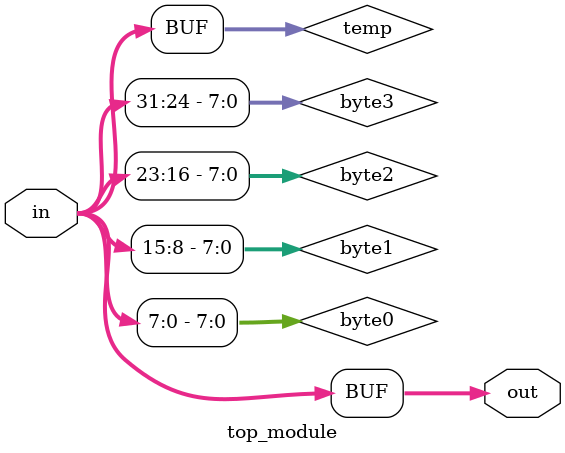
<source format=sv>
module top_module (
  input [31:0] in,
  output [31:0] out
);
  
  // This module performs byte order reversal of a 32-bit vector
  // by swapping the position of the bytes
  
  // Declare internal wire and reg for temporary storage
  wire [7:0] byte0, byte1, byte2, byte3;
  reg [31:0] temp;
  
  // Extract the individual bytes from the input vector
  assign byte0 = in[7:0];
  assign byte1 = in[15:8];
  assign byte2 = in[23:16];
  assign byte3 = in[31:24];
  
  // Reverse the byte order
  always @* begin
    temp = {byte3, byte2, byte1, byte0};
  end
  
  // Assign the reversed vector to the output
  assign out = temp;
  
endmodule

</source>
